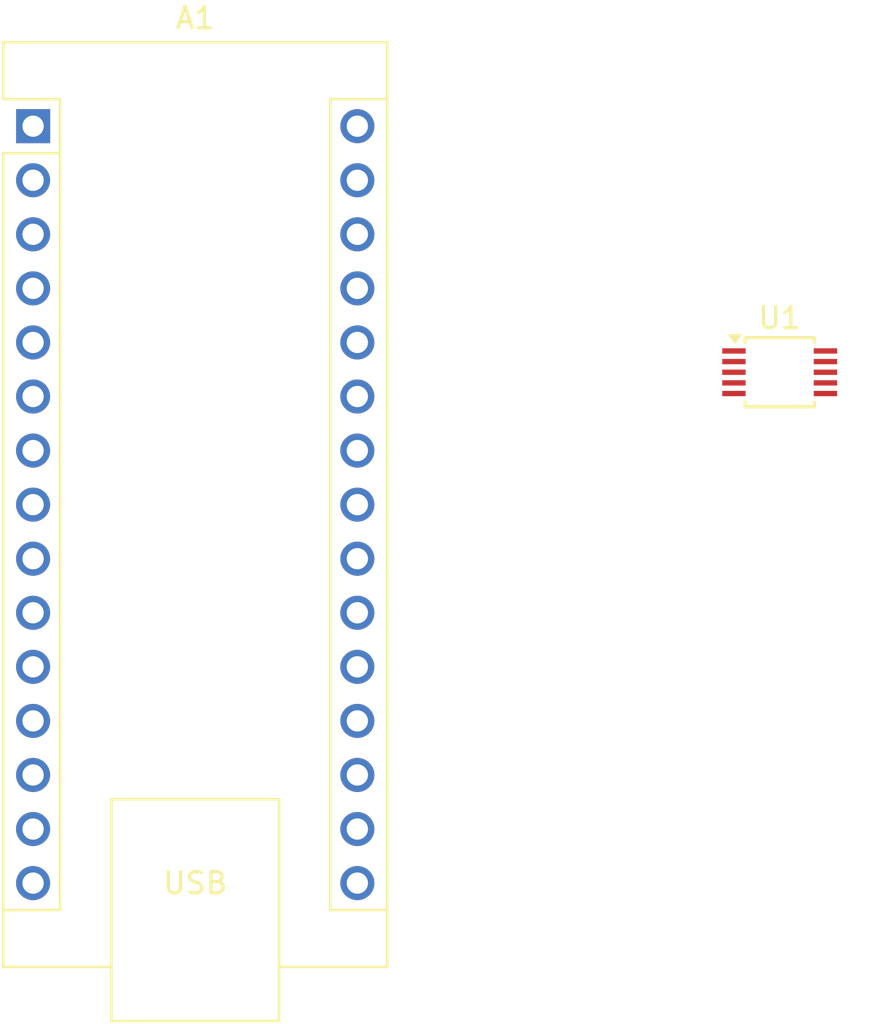
<source format=kicad_pcb>
(kicad_pcb (version 20240108) (generator "pcbnew") (generator_version "8.0")
  (layers (0 "F.Cu" signal) (31 "B.Cu" signal) (34 "B.Paste" user) (35 "F.Paste" user) (36 "B.SilkS" user "B.Silkscreen") (37 "F.SilkS" user "F.Silkscreen") (38 "B.Mask" user) (39 "F.Mask" user) (44 "Edge.Cuts" user))
  (net 0 "")
  (footprint "Package_SO:TSSOP-10_3x3mm_P0.5mm" (layer "F.Cu") (at 105.85 49)
    (property "Reference" "U1" (at 0 -2.55 0) (layer "F.SilkS"))
    (property "Value" "ADS1115IDGS")
    (fp_line (start -1.625 -1.625) (end -1.625 -1.4) (stroke (width 0.15)) (layer "F.SilkS"))
    (fp_line (start -1.625 -1.625) (end 1.625 -1.625) (stroke (width 0.15)) (layer "F.SilkS"))
    (fp_line (start -1.625 1.625) (end -1.625 1.4) (stroke (width 0.15)) (layer "F.SilkS"))
    (fp_line (start -1.625 1.625) (end 1.625 1.625) (stroke (width 0.15)) (layer "F.SilkS"))
    (fp_line (start 1.625 -1.625) (end 1.625 -1.4) (stroke (width 0.15)) (layer "F.SilkS"))
    (fp_line (start 1.625 1.625) (end 1.625 1.4) (stroke (width 0.15)) (layer "F.SilkS"))
    (fp_poly (pts (xy -2.1 -1.4) (xy -2.34 -1.73) (xy -1.86 -1.73) (xy -2.1 -1.4)) (stroke (width 0.12)) (fill solid) (layer "F.SilkS"))
    (pad "1" smd rect (at -2.15 -1) (size 1.1 0.25) (layers "F.Cu" "F.Paste" "F.Mask"))
    (pad "2" smd rect (at -2.15 -0.5) (size 1.1 0.25) (layers "F.Cu" "F.Paste" "F.Mask"))
    (pad "3" smd rect (at -2.15 0) (size 1.1 0.25) (layers "F.Cu" "F.Paste" "F.Mask"))
    (pad "4" smd rect (at -2.15 0.5) (size 1.1 0.25) (layers "F.Cu" "F.Paste" "F.Mask"))
    (pad "5" smd rect (at -2.15 1) (size 1.1 0.25) (layers "F.Cu" "F.Paste" "F.Mask"))
    (pad "6" smd rect (at 2.15 1) (size 1.1 0.25) (layers "F.Cu" "F.Paste" "F.Mask"))
    (pad "7" smd rect (at 2.15 0.5) (size 1.1 0.25) (layers "F.Cu" "F.Paste" "F.Mask"))
    (pad "8" smd rect (at 2.15 0) (size 1.1 0.25) (layers "F.Cu" "F.Paste" "F.Mask"))
    (pad "9" smd rect (at 2.15 -0.5) (size 1.1 0.25) (layers "F.Cu" "F.Paste" "F.Mask"))
    (pad "10" smd rect (at 2.15 -1) (size 1.1 0.25) (layers "F.Cu" "F.Paste" "F.Mask"))
  )
  (footprint "Module:Arduino_Nano" (layer "F.Cu") (at 70.76 37.44)
    (property "Reference" "A1" (at 7.62 -5.08 0) (layer "F.SilkS"))
    (property "Value" "Arduino_Nano_v3.x")
    (fp_line (start -1.4 -3.94) (end -1.4 -1.27) (stroke (width 0.12)) (layer "F.SilkS"))
    (fp_line (start -1.4 1.27) (end -1.4 39.5) (stroke (width 0.12)) (layer "F.SilkS"))
    (fp_line (start -1.4 39.5) (end 3.68 39.5) (stroke (width 0.12)) (layer "F.SilkS"))
    (fp_line (start 1.27 -1.27) (end -1.4 -1.27) (stroke (width 0.12)) (layer "F.SilkS"))
    (fp_line (start 1.27 1.27) (end -1.4 1.27) (stroke (width 0.12)) (layer "F.SilkS"))
    (fp_line (start 1.27 1.27) (end 1.27 -1.27) (stroke (width 0.12)) (layer "F.SilkS"))
    (fp_line (start 1.27 1.27) (end 1.27 36.83) (stroke (width 0.12)) (layer "F.SilkS"))
    (fp_line (start 1.27 36.83) (end -1.4 36.83) (stroke (width 0.12)) (layer "F.SilkS"))
    (fp_line (start 3.68 31.62) (end 11.56 31.62) (stroke (width 0.12)) (layer "F.SilkS"))
    (fp_line (start 3.68 42.04) (end 3.68 31.62) (stroke (width 0.12)) (layer "F.SilkS"))
    (fp_line (start 11.56 31.62) (end 11.56 42.04) (stroke (width 0.12)) (layer "F.SilkS"))
    (fp_line (start 11.56 42.04) (end 3.68 42.04) (stroke (width 0.12)) (layer "F.SilkS"))
    (fp_line (start 13.97 -1.27) (end 13.97 36.83) (stroke (width 0.12)) (layer "F.SilkS"))
    (fp_line (start 13.97 -1.27) (end 16.64 -1.27) (stroke (width 0.12)) (layer "F.SilkS"))
    (fp_line (start 13.97 36.83) (end 16.64 36.83) (stroke (width 0.12)) (layer "F.SilkS"))
    (fp_line (start 16.64 -3.94) (end -1.4 -3.94) (stroke (width 0.12)) (layer "F.SilkS"))
    (fp_line (start 16.64 39.5) (end 11.56 39.5) (stroke (width 0.12)) (layer "F.SilkS"))
    (fp_line (start 16.64 39.5) (end 16.64 -3.94) (stroke (width 0.12)) (layer "F.SilkS"))
    (fp_text user "USB" (at 7.62 35.56 0) (layer "F.SilkS"))
    (pad "1" thru_hole rect (at 0 0) (size 1.6 1.6) (drill 1) (layers "*.Cu" "*.Mask"))
    (pad "2" thru_hole oval (at 0 2.54) (size 1.6 1.6) (drill 1) (layers "*.Cu" "*.Mask"))
    (pad "3" thru_hole oval (at 0 5.08) (size 1.6 1.6) (drill 1) (layers "*.Cu" "*.Mask"))
    (pad "4" thru_hole oval (at 0 7.62) (size 1.6 1.6) (drill 1) (layers "*.Cu" "*.Mask"))
    (pad "5" thru_hole oval (at 0 10.16) (size 1.6 1.6) (drill 1) (layers "*.Cu" "*.Mask"))
    (pad "6" thru_hole oval (at 0 12.7) (size 1.6 1.6) (drill 1) (layers "*.Cu" "*.Mask"))
    (pad "7" thru_hole oval (at 0 15.24) (size 1.6 1.6) (drill 1) (layers "*.Cu" "*.Mask"))
    (pad "8" thru_hole oval (at 0 17.78) (size 1.6 1.6) (drill 1) (layers "*.Cu" "*.Mask"))
    (pad "9" thru_hole oval (at 0 20.32) (size 1.6 1.6) (drill 1) (layers "*.Cu" "*.Mask"))
    (pad "10" thru_hole oval (at 0 22.86) (size 1.6 1.6) (drill 1) (layers "*.Cu" "*.Mask"))
    (pad "11" thru_hole oval (at 0 25.4) (size 1.6 1.6) (drill 1) (layers "*.Cu" "*.Mask"))
    (pad "12" thru_hole oval (at 0 27.94) (size 1.6 1.6) (drill 1) (layers "*.Cu" "*.Mask"))
    (pad "13" thru_hole oval (at 0 30.48) (size 1.6 1.6) (drill 1) (layers "*.Cu" "*.Mask"))
    (pad "14" thru_hole oval (at 0 33.02) (size 1.6 1.6) (drill 1) (layers "*.Cu" "*.Mask"))
    (pad "15" thru_hole oval (at 0 35.56) (size 1.6 1.6) (drill 1) (layers "*.Cu" "*.Mask"))
    (pad "16" thru_hole oval (at 15.24 35.56) (size 1.6 1.6) (drill 1) (layers "*.Cu" "*.Mask"))
    (pad "17" thru_hole oval (at 15.24 33.02) (size 1.6 1.6) (drill 1) (layers "*.Cu" "*.Mask"))
    (pad "18" thru_hole oval (at 15.24 30.48) (size 1.6 1.6) (drill 1) (layers "*.Cu" "*.Mask"))
    (pad "19" thru_hole oval (at 15.24 27.94) (size 1.6 1.6) (drill 1) (layers "*.Cu" "*.Mask"))
    (pad "20" thru_hole oval (at 15.24 25.4) (size 1.6 1.6) (drill 1) (layers "*.Cu" "*.Mask"))
    (pad "21" thru_hole oval (at 15.24 22.86) (size 1.6 1.6) (drill 1) (layers "*.Cu" "*.Mask"))
    (pad "22" thru_hole oval (at 15.24 20.32) (size 1.6 1.6) (drill 1) (layers "*.Cu" "*.Mask"))
    (pad "23" thru_hole oval (at 15.24 17.78) (size 1.6 1.6) (drill 1) (layers "*.Cu" "*.Mask"))
    (pad "24" thru_hole oval (at 15.24 15.24) (size 1.6 1.6) (drill 1) (layers "*.Cu" "*.Mask"))
    (pad "25" thru_hole oval (at 15.24 12.7) (size 1.6 1.6) (drill 1) (layers "*.Cu" "*.Mask"))
    (pad "26" thru_hole oval (at 15.24 10.16) (size 1.6 1.6) (drill 1) (layers "*.Cu" "*.Mask"))
    (pad "27" thru_hole oval (at 15.24 7.62) (size 1.6 1.6) (drill 1) (layers "*.Cu" "*.Mask"))
    (pad "28" thru_hole oval (at 15.24 5.08) (size 1.6 1.6) (drill 1) (layers "*.Cu" "*.Mask"))
    (pad "29" thru_hole oval (at 15.24 2.54) (size 1.6 1.6) (drill 1) (layers "*.Cu" "*.Mask"))
    (pad "30" thru_hole oval (at 15.24 0) (size 1.6 1.6) (drill 1) (layers "*.Cu" "*.Mask"))
  )
)
</source>
